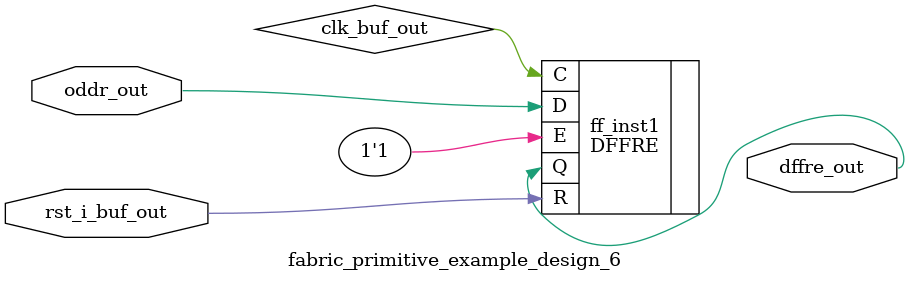
<source format=v>
/* Generated by Yosys 0.18+10 (git sha1 9ae216287, gcc 11.4.0-1ubuntu1~22.04 -fPIC -Os) */

module fabric_primitive_example_design_6(oddr_out, dffre_out, rst_i_buf_out);
  input oddr_out;
  output dffre_out;
  input rst_i_buf_out;
  wire oddr_out;
  (* src = "./rtl/primitive_example_design_6.v:15.46-15.57" *)
  wire clk_buf_out;
  wire dffre_out;
  (* src = "./rtl/primitive_example_design_6.v:13.6-13.19" *)
  (* src = "./rtl/primitive_example_design_6.v:13.6-13.19" *)
  wire rst_i_buf_out;
  (* module_not_derived = 32'h00000001 *)
  (* src = "./rtl/primitive_example_design_6.v:25.7-25.87" *)
  DFFRE ff_inst1 (
    .C(clk_buf_out),
    .D(oddr_out),
    .E(1'h1),
    .Q(dffre_out),
    .R(rst_i_buf_out)
  );
endmodule

</source>
